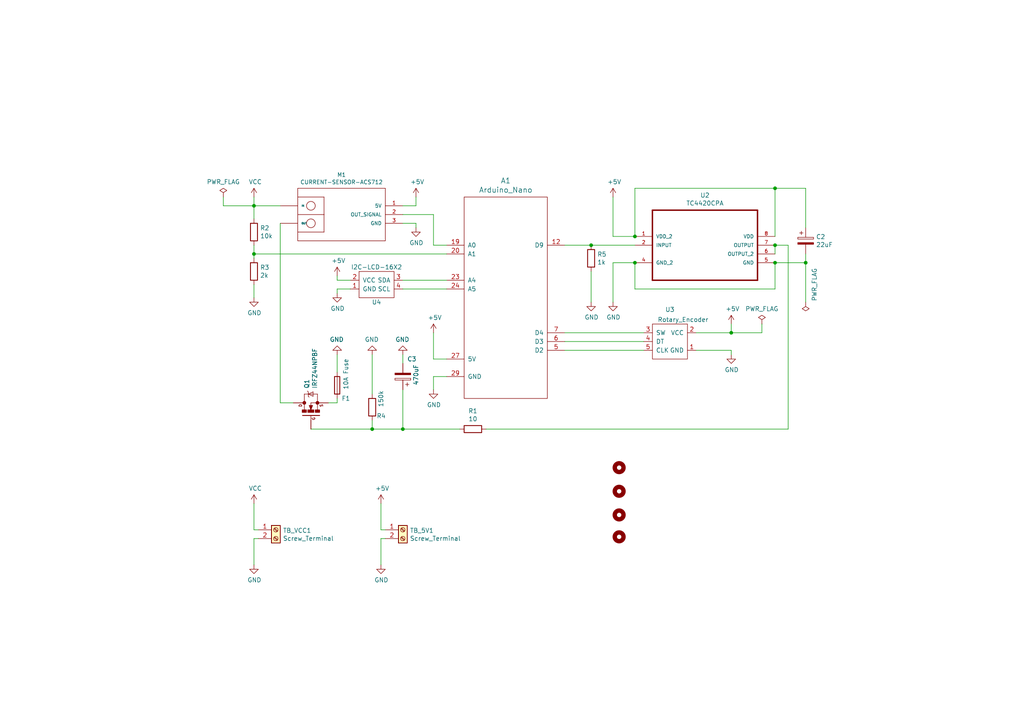
<source format=kicad_sch>
(kicad_sch (version 20211123) (generator eeschema)
  (paper "A4")
  (title_block (date "2020-08-13") (rev "v0.1") (comment 3 "Design borrowed from GreatScottLab, Arisma, 'mali', and 'jbr 2020'"))
  (lib_symbols
    (symbol "Adjustable-Load:I2C-LCD-16X2" (pin_names (offset 1.016))
      (property "Reference" "U" (at 0 6.35 0))
      (property "Value" "I2C-LCD-16X2" (at 0 -7.62 0))
      (symbol "I2C-LCD-16X2_0_1"
        (rectangle (start -5.08 3.81) (end 5.08 -3.81))
      )
      (symbol "I2C-LCD-16X2_1_1"
        (pin input line (at -7.62 -1.27 0) (length 2.54) (name "GND") (number "1"))
        (pin input line (at -7.62 1.27 0) (length 2.54) (name "VCC") (number "2"))
        (pin input line (at 7.62 1.27 180) (length 2.54) (name "SDA") (number "3"))
        (pin input line (at 7.62 -1.27 180) (length 2.54) (name "SCL") (number "4"))
      )
    )
    (symbol "Adjustable-Load:KY-040_Rotary_Encoder" (pin_names (offset 1.016))
      (property "Reference" "U" (at 0 10.16 0))
      (property "Value" "KY-040_Rotary_Encoder" (at 2.54 6.35 0))
      (symbol "KY-040_Rotary_Encoder_0_1"
        (rectangle (start -5.08 3.81) (end 5.08 -6.35))
      )
      (symbol "KY-040_Rotary_Encoder_1_1"
        (pin power_in line (at 7.62 -3.81 180) (length 2.54) (name "GND") (number "1"))
        (pin power_in line (at 7.62 1.27 180) (length 2.54) (name "VCC") (number "2"))
        (pin input line (at -7.62 1.27 0) (length 2.54) (name "SW") (number "3"))
        (pin input line (at -7.62 -1.27 0) (length 2.54) (name "DT") (number "4"))
        (pin input line (at -7.62 -3.81 0) (length 2.54) (name "CLK") (number "5"))
      )
    )
    (symbol "Connector:Screw_Terminal_01x02" (pin_names (offset 1.016) hide)
      (property "Reference" "J" (at 0 2.54 0))
      (property "Value" "Screw_Terminal_01x02" (at 0 -5.08 0))
      (symbol "Screw_Terminal_01x02_1_1"
        (rectangle (start -1.27 1.27) (end 1.27 -3.81) (stroke (width 0.254)) (fill (type background)))
        (circle (center 0 -2.54) (radius 0.635) (stroke (width 0.1524)))
        (polyline (pts (xy -0.5334 -2.2098) (xy 0.3302 -3.048)) (stroke (width 0.1524)))
        (polyline (pts (xy -0.5334 0.3302) (xy 0.3302 -0.508)) (stroke (width 0.1524)))
        (polyline (pts (xy -0.3556 -2.032) (xy 0.508 -2.8702)) (stroke (width 0.1524)))
        (polyline (pts (xy -0.3556 0.508) (xy 0.508 -0.3302)) (stroke (width 0.1524)))
        (circle (center 0 0) (radius 0.635) (stroke (width 0.1524)))
        (pin passive line (at -5.08 0 0) (length 3.81) (name "Pin_1") (number "1"))
        (pin passive line (at -5.08 -2.54 0) (length 3.81) (name "Pin_2") (number "2"))
      )
    )
    (symbol "Device:C_Polarized" (pin_numbers hide) (pin_names (offset 0.254))
      (property "Reference" "C" (at 0.635 2.54 0))
      (property "Value" "C_Polarized" (at 0.635 -2.54 0))
      (symbol "C_Polarized_0_1"
        (rectangle (start -2.286 0.508) (end 2.286 1.016))
        (polyline (pts (xy -1.778 2.286) (xy -0.762 2.286)))
        (polyline (pts (xy -1.27 2.794) (xy -1.27 1.778)))
        (rectangle (start 2.286 -0.508) (end -2.286 -1.016) (fill (type outline)))
      )
      (symbol "C_Polarized_1_1"
        (pin passive line (at 0 3.81 270) (length 2.794) (name "~") (number "1"))
        (pin passive line (at 0 -3.81 90) (length 2.794) (name "~") (number "2"))
      )
    )
    (symbol "Device:Fuse" (pin_numbers hide) (pin_names (offset 0))
      (property "Reference" "F" (at 2.032 0 90))
      (property "Value" "Fuse" (at -1.905 0 90))
      (symbol "Fuse_0_1"
        (rectangle (start -0.762 -2.54) (end 0.762 2.54) (stroke (width 0.254)))
        (polyline (pts (xy 0 2.54) (xy 0 -2.54)))
      )
      (symbol "Fuse_1_1"
        (pin passive line (at 0 3.81 270) (length 1.27) (name "~") (number "1"))
        (pin passive line (at 0 -3.81 90) (length 1.27) (name "~") (number "2"))
      )
    )
    (symbol "Device:R" (pin_numbers hide) (pin_names (offset 0))
      (property "Reference" "R" (at 2.032 0 90))
      (property "Value" "R" (at 0 0 90))
      (symbol "R_0_1"
        (rectangle (start -1.016 -2.54) (end 1.016 2.54) (stroke (width 0.254)))
      )
      (symbol "R_1_1"
        (pin passive line (at 0 3.81 270) (length 1.27) (name "~") (number "1"))
        (pin passive line (at 0 -3.81 90) (length 1.27) (name "~") (number "2"))
      )
    )
    (symbol "IRFZ44N:IRFZ44N" (pin_numbers hide) (pin_names (offset 1.016) hide)
      (property "Reference" "U" (at 5.08 2.54 0))
      (property "Value" "IRFZ44N" (at 5.08 0 0))
      (symbol "IRFZ44N_0_0"
        (rectangle (start -2.794 -2.54) (end -2.032 -1.27) (fill (type outline)))
        (rectangle (start -2.794 -0.889) (end -2.032 0.889) (fill (type outline)))
        (rectangle (start -2.794 1.27) (end -2.032 2.54) (fill (type outline)))
        (circle (center 0 -1.905) (radius 0.127) (stroke (width 0.4064)))
        (polyline (pts (xy -3.81 0) (xy -5.08 0)) (stroke (width 0.1524)))
        (polyline (pts (xy -3.6576 2.413) (xy -3.6576 -2.54)) (stroke (width 0.254)))
        (polyline (pts (xy -2.032 -1.905) (xy 0 -1.905)) (stroke (width 0.1524)))
        (polyline (pts (xy -2.032 0) (xy -0.762 -0.508)) (stroke (width 0.1524)))
        (polyline (pts (xy -1.778 0) (xy -0.889 -0.254)) (stroke (width 0.3048)))
        (polyline (pts (xy -0.889 -0.254) (xy -0.889 0)) (stroke (width 0.3048)))
        (polyline (pts (xy -0.889 0) (xy -1.143 0)) (stroke (width 0.3048)))
        (polyline (pts (xy -0.889 0) (xy 0 0)) (stroke (width 0.1524)))
        (polyline (pts (xy -0.889 0.254) (xy -1.778 0)) (stroke (width 0.3048)))
        (polyline (pts (xy -0.762 -0.508) (xy -0.762 0.508)) (stroke (width 0.1524)))
        (polyline (pts (xy -0.762 0.508) (xy -2.032 0)) (stroke (width 0.1524)))
        (polyline (pts (xy 0 -1.905) (xy 0 -2.54)) (stroke (width 0.1524)))
        (polyline (pts (xy 0 0) (xy 0 -1.905)) (stroke (width 0.1524)))
        (polyline (pts (xy 0 1.905) (xy -2.0066 1.905)) (stroke (width 0.1524)))
        (polyline (pts (xy 0 1.905) (xy 2.54 1.905)) (stroke (width 0.1524)))
        (polyline (pts (xy 0 2.54) (xy 0 1.905)) (stroke (width 0.1524)))
        (polyline (pts (xy 1.905 -0.635) (xy 3.175 -0.635)) (stroke (width 0.1524)))
        (polyline (pts (xy 1.905 0.762) (xy 1.651 0.508)) (stroke (width 0.1524)))
        (polyline (pts (xy 1.905 0.762) (xy 2.54 0.762)) (stroke (width 0.1524)))
        (polyline (pts (xy 2.54 -1.905) (xy 0 -1.905)) (stroke (width 0.1524)))
        (polyline (pts (xy 2.54 0.762) (xy 1.905 -0.635)) (stroke (width 0.1524)))
        (polyline (pts (xy 2.54 0.762) (xy 2.54 -1.905)) (stroke (width 0.1524)))
        (polyline (pts (xy 2.54 0.762) (xy 3.175 0.762)) (stroke (width 0.1524)))
        (polyline (pts (xy 2.54 1.905) (xy 2.54 0.762)) (stroke (width 0.1524)))
        (polyline (pts (xy 3.175 -0.635) (xy 2.54 0.762)) (stroke (width 0.1524)))
        (polyline (pts (xy 3.175 0.762) (xy 3.429 1.016)) (stroke (width 0.1524)))
        (circle (center 0 1.905) (radius 0.127) (stroke (width 0.4064)))
        (text "D" (at -1.27 2.54 0) (effects (font (size 0.8128 0.8128)) (justify left bottom)))
        (text "G" (at -5.08 -1.27 0) (effects (font (size 0.8128 0.8128)) (justify left bottom)))
        (text "S" (at -1.27 -3.556 0) (effects (font (size 0.8128 0.8128)) (justify left bottom)))
        (pin passive line (at -7.62 0 0) (length 2.54) (name "~") (number "1"))
        (pin passive line (at 0 5.08 270) (length 2.54) (name "~") (number "2"))
        (pin passive line (at 0 -5.08 90) (length 2.54) (name "~") (number "3"))
      )
    )
    (symbol "Mechanical:MountingHole" (pin_names (offset 1.016))
      (property "Reference" "H" (at 0 5.08 0))
      (property "Value" "MountingHole" (at 0 3.175 0))
      (symbol "MountingHole_0_1"
        (circle (center 0 0) (radius 1.27) (stroke (width 1.27)))
      )
    )
    (symbol "TC4420CPA:TC4420CPA_Customized" (pin_names (offset 1.016))
      (property "Reference" "U" (at -2.54 17.78 0))
      (property "Value" "TC4420CPA_Customized" (at -5.4356 -15.621 0))
      (symbol "TC4420CPA_Customized_0_0"
        (polyline (pts (xy -15.24 -12.7) (xy 15.24 -12.7)) (stroke (width 0.4064)))
        (polyline (pts (xy -15.24 7.62) (xy -15.24 -12.7)) (stroke (width 0.4064)))
        (polyline (pts (xy 15.24 -12.7) (xy 15.24 7.62)) (stroke (width 0.4064)))
        (polyline (pts (xy 15.24 7.62) (xy -15.24 7.62)) (stroke (width 0.4064)))
        (pin power_in line (at -20.32 0 0) (length 5.08) (name "VDD_2") (number "1"))
        (pin input line (at -20.32 -2.54 0) (length 5.08) (name "INPUT") (number "2"))
        (pin power_in line (at -20.32 -7.62 0) (length 5.08) (name "GND_2") (number "4"))
        (pin power_in line (at 20.32 -7.62 180) (length 5.08) (name "GND") (number "5"))
        (pin passive line (at 20.32 -5.08 180) (length 5.08) (name "OUTPUT_2") (number "6"))
        (pin output line (at 20.32 -2.54 180) (length 5.08) (name "OUTPUT") (number "7"))
        (pin power_in line (at 20.32 0 180) (length 5.08) (name "VDD") (number "8"))
      )
    )
    (symbol "arduino_nano:Arduino_Nano_Customized" (pin_names (offset 1.016))
      (property "Reference" "A" (at 0 0 0))
      (property "Value" "Arduino_Nano_Customized" (at 0 33.02 0))
      (symbol "Arduino_Nano_Customized_0_1"
        (rectangle (start 12.7 29.21) (end -11.43 -29.21))
      )
      (symbol "Arduino_Nano_Customized_1_1"
        (pin bidirectional line (at 17.78 15.24 180) (length 5.08) (name "D9") (number "12"))
        (pin bidirectional line (at -16.51 15.24 0) (length 5.08) (name "A0") (number "19"))
        (pin bidirectional line (at -16.51 12.7 0) (length 5.08) (name "A1") (number "20"))
        (pin bidirectional line (at -16.51 5.08 0) (length 5.08) (name "A4") (number "23"))
        (pin bidirectional line (at -16.51 2.54 0) (length 5.08) (name "A5") (number "24"))
        (pin power_in line (at -16.51 -17.78 0) (length 5.08) (name "5V") (number "27"))
        (pin passive line (at -16.51 -22.86 0) (length 5.08) (name "GND") (number "29"))
        (pin bidirectional line (at 17.78 -15.24 180) (length 5.08) (name "D2") (number "5"))
        (pin bidirectional line (at 17.78 -12.7 180) (length 5.08) (name "D3") (number "6"))
        (pin bidirectional line (at 17.78 -10.16 180) (length 5.08) (name "D4") (number "7"))
      )
    )
    (symbol "diy-modules:CURRENT-SENSOR-ACS712" (pin_names (offset 1.016))
      (property "Reference" "M" (at -12.7 12.7 0))
      (property "Value" "CURRENT-SENSOR-ACS712" (at -12.7 10.16 0))
      (symbol "CURRENT-SENSOR-ACS712_1_0"
        (polyline (pts (xy -12.7 -5.08) (xy -5.08 -5.08)))
        (polyline (pts (xy -12.7 0) (xy -5.08 0)))
        (polyline (pts (xy -12.7 7.62) (xy -12.7 -7.62)))
        (polyline (pts (xy -12.7 7.62) (xy 12.7 7.62)))
        (polyline (pts (xy -5.08 -5.08) (xy -5.08 0)))
        (polyline (pts (xy -5.08 0) (xy -5.08 5.08)))
        (polyline (pts (xy -5.08 5.08) (xy -12.7 5.08)))
        (polyline (pts (xy 12.7 -7.62) (xy -12.7 -7.62)))
        (polyline (pts (xy 12.7 7.62) (xy 12.7 -7.62)))
      )
      (symbol "CURRENT-SENSOR-ACS712_1_1"
        (circle (center -8.89 -2.54) (radius 1.27))
        (circle (center -8.89 2.54) (radius 1.27))
        (pin power_in line (at 17.78 2.54 180) (length 5.08) (name "5V") (number "1"))
        (pin output line (at 17.78 0 180) (length 5.08) (name "OUT_SIGNAL") (number "2"))
        (pin power_in line (at 17.78 -2.54 180) (length 5.08) (name "GND") (number "3"))
        (pin power_in line (at -17.78 2.54 0) (length 5.08) (name "IN") (number "~"))
        (pin power_out line (at -17.78 -2.54 0) (length 5.08) (name "OUT") (number "~"))
      )
    )
    (symbol "power:+5V" (power) (pin_names (offset 0))
      (property "Value" "+5V" (at 0 3.556 0))
      (symbol "+5V_0_1"
        (polyline (pts (xy -0.762 1.27) (xy 0 2.54)))
        (polyline (pts (xy 0 0) (xy 0 2.54)))
        (polyline (pts (xy 0 2.54) (xy 0.762 1.27)))
      )
      (symbol "+5V_1_1"
        (pin power_in line (at 0 0 90) (length 0) hide (name "+5V") (number "1"))
      )
    )
    (symbol "power:GND" (power) (pin_names (offset 0))
      (property "Value" "GND" (at 0 -3.81 0))
      (symbol "GND_0_1"
        (polyline (pts (xy 0 0) (xy 0 -1.27) (xy 1.27 -1.27) (xy 0 -2.54) (xy -1.27 -1.27) (xy 0 -1.27)))
      )
      (symbol "GND_1_1"
        (pin power_in line (at 0 0 270) (length 0) hide (name "GND") (number "1"))
      )
    )
    (symbol "power:PWR_FLAG" (power) (pin_numbers hide) (pin_names (offset 0) hide)
      (property "Value" "PWR_FLAG" (at 0 3.81 0))
      (symbol "PWR_FLAG_0_0"
        (pin power_out line (at 0 0 90) (length 0) (name "pwr") (number "1"))
      )
      (symbol "PWR_FLAG_0_1"
        (polyline (pts (xy 0 0) (xy 0 1.27) (xy -1.016 1.905) (xy 0 2.54) (xy 1.016 1.905) (xy 0 1.27)))
      )
    )
    (symbol "power:VCC" (power) (pin_names (offset 0))
      (property "Value" "VCC" (at 0 3.81 0))
      (symbol "VCC_0_1"
        (polyline (pts (xy -0.762 1.27) (xy 0 2.54)))
        (polyline (pts (xy 0 0) (xy 0 2.54)))
        (polyline (pts (xy 0 2.54) (xy 0.762 1.27)))
      )
      (symbol "VCC_1_1"
        (pin power_in line (at 0 0 90) (length 0) hide (name "VCC") (number "1"))
      )
    )
  )
  (junction (at 224.79 54.61))
  (junction (at 116.84 124.46))
  (junction (at 184.15 76.2))
  (junction (at 224.79 76.2))
  (junction (at 107.95 124.46))
  (junction (at 171.45 71.12))
  (junction (at 73.66 59.69))
  (junction (at 233.68 76.2))
  (junction (at 184.15 68.58))
  (junction (at 224.79 71.12))
  (junction (at 212.09 96.52))
  (junction (at 73.66 73.66))
  (wire (pts (xy 163.83 96.52) (xy 186.69 96.52)))
  (wire (pts (xy 81.28 116.84) (xy 85.09 116.84)))
  (wire (pts (xy 140.97 124.46) (xy 228.6 124.46)))
  (wire (pts (xy 107.95 121.92) (xy 107.95 124.46)))
  (wire (pts (xy 73.66 82.55) (xy 73.66 86.36)))
  (wire (pts (xy 125.73 96.52) (xy 125.73 104.14)))
  (wire (pts (xy 125.73 62.23) (xy 125.73 71.12)))
  (wire (pts (xy 212.09 101.6) (xy 212.09 102.87)))
  (wire (pts (xy 184.15 83.82) (xy 184.15 76.2)))
  (wire (pts (xy 212.09 93.98) (xy 212.09 96.52)))
  (wire (pts (xy 110.49 156.21) (xy 110.49 163.83)))
  (wire (pts (xy 224.79 71.12) (xy 228.6 71.12)))
  (wire (pts (xy 228.6 71.12) (xy 228.6 124.46)))
  (wire (pts (xy 116.84 64.77) (xy 120.65 64.77)))
  (wire (pts (xy 110.49 153.67) (xy 111.76 153.67)))
  (wire (pts (xy 73.66 59.69) (xy 81.28 59.69)))
  (wire (pts (xy 116.84 83.82) (xy 129.54 83.82)))
  (wire (pts (xy 111.76 156.21) (xy 110.49 156.21)))
  (wire (pts (xy 184.15 54.61) (xy 224.79 54.61)))
  (wire (pts (xy 184.15 76.2) (xy 177.8 76.2)))
  (wire (pts (xy 177.8 76.2) (xy 177.8 87.63)))
  (wire (pts (xy 64.77 57.15) (xy 64.77 59.69)))
  (wire (pts (xy 97.79 115.57) (xy 97.79 116.84)))
  (wire (pts (xy 163.83 71.12) (xy 171.45 71.12)))
  (wire (pts (xy 186.69 101.6) (xy 163.83 101.6)))
  (wire (pts (xy 116.84 113.03) (xy 116.84 124.46)))
  (wire (pts (xy 224.79 76.2) (xy 233.68 76.2)))
  (wire (pts (xy 81.28 64.77) (xy 81.28 116.84)))
  (wire (pts (xy 224.79 54.61) (xy 233.68 54.61)))
  (wire (pts (xy 73.66 153.67) (xy 73.66 146.05)))
  (wire (pts (xy 212.09 96.52) (xy 201.93 96.52)))
  (wire (pts (xy 125.73 109.22) (xy 125.73 113.03)))
  (wire (pts (xy 73.66 73.66) (xy 73.66 74.93)))
  (wire (pts (xy 184.15 54.61) (xy 184.15 68.58)))
  (wire (pts (xy 97.79 102.87) (xy 97.79 107.95)))
  (wire (pts (xy 201.93 101.6) (xy 212.09 101.6)))
  (wire (pts (xy 224.79 54.61) (xy 224.79 68.58)))
  (wire (pts (xy 125.73 71.12) (xy 129.54 71.12)))
  (wire (pts (xy 233.68 54.61) (xy 233.68 66.04)))
  (wire (pts (xy 220.98 93.98) (xy 220.98 96.52)))
  (wire (pts (xy 107.95 124.46) (xy 116.84 124.46)))
  (wire (pts (xy 177.8 68.58) (xy 184.15 68.58)))
  (wire (pts (xy 116.84 102.87) (xy 116.84 105.41)))
  (wire (pts (xy 74.93 156.21) (xy 73.66 156.21)))
  (wire (pts (xy 73.66 57.15) (xy 73.66 59.69)))
  (wire (pts (xy 171.45 71.12) (xy 184.15 71.12)))
  (wire (pts (xy 73.66 71.12) (xy 73.66 73.66)))
  (wire (pts (xy 116.84 124.46) (xy 133.35 124.46)))
  (wire (pts (xy 116.84 81.28) (xy 129.54 81.28)))
  (wire (pts (xy 97.79 83.82) (xy 97.79 85.09)))
  (wire (pts (xy 97.79 116.84) (xy 95.25 116.84)))
  (wire (pts (xy 171.45 78.74) (xy 171.45 87.63)))
  (wire (pts (xy 116.84 62.23) (xy 125.73 62.23)))
  (wire (pts (xy 73.66 156.21) (xy 73.66 163.83)))
  (wire (pts (xy 73.66 59.69) (xy 73.66 63.5)))
  (wire (pts (xy 129.54 73.66) (xy 73.66 73.66)))
  (wire (pts (xy 177.8 57.15) (xy 177.8 68.58)))
  (wire (pts (xy 120.65 59.69) (xy 116.84 59.69)))
  (wire (pts (xy 73.66 153.67) (xy 74.93 153.67)))
  (wire (pts (xy 125.73 104.14) (xy 129.54 104.14)))
  (wire (pts (xy 129.54 109.22) (xy 125.73 109.22)))
  (wire (pts (xy 64.77 59.69) (xy 73.66 59.69)))
  (wire (pts (xy 110.49 153.67) (xy 110.49 146.05)))
  (wire (pts (xy 101.6 83.82) (xy 97.79 83.82)))
  (wire (pts (xy 233.68 76.2) (xy 233.68 73.66)))
  (wire (pts (xy 224.79 76.2) (xy 224.79 83.82)))
  (wire (pts (xy 120.65 64.77) (xy 120.65 66.04)))
  (wire (pts (xy 233.68 76.2) (xy 233.68 87.63)))
  (wire (pts (xy 120.65 57.15) (xy 120.65 59.69)))
  (wire (pts (xy 220.98 96.52) (xy 212.09 96.52)))
  (wire (pts (xy 97.79 80.01) (xy 97.79 81.28)))
  (wire (pts (xy 107.95 102.87) (xy 107.95 114.3)))
  (wire (pts (xy 90.17 124.46) (xy 107.95 124.46)))
  (wire (pts (xy 97.79 81.28) (xy 101.6 81.28)))
  (wire (pts (xy 186.69 99.06) (xy 163.83 99.06)))
  (wire (pts (xy 224.79 83.82) (xy 184.15 83.82)))
  (wire (pts (xy 224.79 71.12) (xy 224.79 73.66)))
  (symbol (lib_id "Adjustable-Load:I2C-LCD-16X2") (at 109.22 82.55 0) (unit 1)
    (property "Reference" "U4" (at 109.22 87.63 0))
    (property "Value" "I2C-LCD-16X2" (at 109.22 77.47 0))
    (property "Footprint" "Connector_PinHeader_2.54mm:PinHeader_1x04_P2.54mm_Vertical" (effects hide))
  )
  (symbol (lib_id "IRFZ44N:IRFZ44N") (at 90.17 116.84 90) (unit 1)
    (property "Reference" "Q1" (at 89.0016 112.7252 0) (effects (justify left)))
    (property "Value" "IRFZ44NPBF" (at 91.313 112.7252 0) (effects (justify left)))
    (property "Footprint" "TerminalBlock:TerminalBlock_bornier-3_P5.08mm" (effects hide))
  )
  (symbol (lib_id "power:+5V") (at 120.65 57.15 0) (unit 1)
    (property "Reference" "#PWR0108" (effects hide))
    (property "Value" "+5V" (at 121.031 52.7558 0))
  )
  (symbol (lib_id "Device:C_Polarized") (at 233.68 69.85 0) (unit 1)
    (property "Reference" "C2" (at 236.6772 68.6816 0) (effects (justify left)))
    (property "Value" "22uF" (at 236.6772 70.993 0) (effects (justify left)))
    (property "Footprint" "Capacitor_THT:CP_Radial_D5.0mm_P2.00mm" (effects hide))
  )
  (symbol (lib_id "power:+5V") (at 212.09 93.98 0) (unit 1)
    (property "Reference" "#PWR0106" (effects hide))
    (property "Value" "+5V" (at 212.471 89.5858 0))
  )
  (symbol (lib_id "power:GND") (at 120.65 66.04 0) (unit 1)
    (property "Reference" "#PWR0109" (effects hide))
    (property "Value" "GND" (at 120.777 70.4342 0))
  )
  (symbol (lib_id "power:GND") (at 212.09 102.87 0) (unit 1)
    (property "Reference" "#PWR0107" (effects hide))
    (property "Value" "GND" (at 212.217 107.2642 0))
  )
  (symbol (lib_id "power:+5V") (at 177.8 57.15 0) (unit 1)
    (property "Reference" "#PWR0102" (effects hide))
    (property "Value" "+5V" (at 178.181 52.7558 0))
  )
  (symbol (lib_id "Device:R") (at 137.16 124.46 270) (unit 1)
    (property "Reference" "R1" (at 137.16 119.2022 90))
    (property "Value" "10" (at 137.16 121.5136 90))
    (property "Footprint" "Resistor_THT:R_Axial_DIN0207_L6.3mm_D2.5mm_P2.54mm_Vertical" (effects hide))
  )
  (symbol (lib_id "power:+5V") (at 97.79 80.01 0) (unit 1)
    (property "Reference" "#PWR0110" (effects hide))
    (property "Value" "+5V" (at 98.171 75.6158 0))
  )
  (symbol (lib_id "Device:C_Polarized") (at 116.84 109.22 180) (unit 1)
    (property "Reference" "C3" (at 118.11 104.14 0) (effects (justify right)))
    (property "Value" "470uF" (at 120.65 111.76 90) (effects (justify right)))
    (property "Footprint" "Capacitor_THT:CP_Radial_D10.0mm_P5.00mm" (effects hide))
  )
  (symbol (lib_id "power:GND") (at 97.79 85.09 0) (unit 1)
    (property "Reference" "#PWR0103" (effects hide))
    (property "Value" "GND" (at 97.917 89.4842 0))
  )
  (symbol (lib_id "power:GND") (at 116.84 102.87 180) (unit 1)
    (property "Reference" "#PWR0111" (effects hide))
    (property "Value" "GND" (at 116.713 98.4758 0))
  )
  (symbol (lib_id "power:GND") (at 177.8 87.63 0) (unit 1)
    (property "Reference" "#PWR0101" (effects hide))
    (property "Value" "GND" (at 177.927 92.0242 0))
  )
  (symbol (lib_id "power:+5V") (at 125.73 96.52 0) (unit 1)
    (property "Reference" "#PWR0104" (effects hide))
    (property "Value" "+5V" (at 126.111 92.1258 0))
  )
  (symbol (lib_id "power:GND") (at 125.73 113.03 0) (unit 1)
    (property "Reference" "#PWR0105" (effects hide))
    (property "Value" "GND" (at 125.857 117.4242 0))
  )
  (symbol (lib_id "Device:R") (at 107.95 118.11 0) (unit 1)
    (property "Reference" "R4" (at 109.22 120.65 0) (effects (justify left)))
    (property "Value" "150k" (at 110.49 118.11 90) (effects (justify left)))
    (property "Footprint" "Resistor_THT:R_Axial_DIN0207_L6.3mm_D2.5mm_P2.54mm_Vertical" (effects hide))
  )
  (symbol (lib_id "power:GND") (at 107.95 102.87 180) (unit 1)
    (property "Reference" "#PWR01" (effects hide))
    (property "Value" "GND" (at 107.823 98.4758 0))
  )
  (symbol (lib_id "Device:Fuse") (at 97.79 111.76 0) (unit 1)
    (property "Reference" "F1" (at 99.06 115.57 0) (effects (justify left)))
    (property "Value" "10A Fuse" (at 100.33 113.03 90) (effects (justify left)))
    (property "Footprint" "footprints:BLX-A" (effects hide))
  )
  (symbol (lib_id "power:GND") (at 97.79 102.87 180) (unit 1)
    (property "Reference" "#PWR0112" (effects hide))
    (property "Value" "GND" (at 97.663 98.4758 0))
  )
  (symbol (lib_id "Device:R") (at 73.66 78.74 0) (unit 1)
    (property "Reference" "R3" (at 75.438 77.5716 0) (effects (justify left)))
    (property "Value" "2k" (at 75.438 79.883 0) (effects (justify left)))
    (property "Footprint" "Resistor_THT:R_Axial_DIN0207_L6.3mm_D2.5mm_P2.54mm_Vertical" (effects hide))
  )
  (symbol (lib_id "Device:R") (at 73.66 67.31 0) (unit 1)
    (property "Reference" "R2" (at 75.438 66.1416 0) (effects (justify left)))
    (property "Value" "10k" (at 75.438 68.453 0) (effects (justify left)))
    (property "Footprint" "Resistor_THT:R_Axial_DIN0207_L6.3mm_D2.5mm_P2.54mm_Vertical" (effects hide))
  )
  (symbol (lib_id "power:GND") (at 73.66 86.36 0) (unit 1)
    (property "Reference" "#PWR0113" (effects hide))
    (property "Value" "GND" (at 73.787 90.7542 0))
  )
  (symbol (lib_id "power:VCC") (at 73.66 57.15 0) (unit 1)
    (property "Reference" "#PWR0114" (effects hide))
    (property "Value" "VCC" (at 74.041 52.7558 0))
  )
  (symbol (lib_id "power:GND") (at 171.45 87.63 0) (unit 1)
    (property "Reference" "#PWR02" (effects hide))
    (property "Value" "GND" (at 171.577 92.0242 0))
  )
  (symbol (lib_id "Device:R") (at 171.45 74.93 0) (unit 1)
    (property "Reference" "R5" (at 173.228 73.7616 0) (effects (justify left)))
    (property "Value" "1k" (at 173.228 76.073 0) (effects (justify left)))
    (property "Footprint" "Resistor_THT:R_Axial_DIN0207_L6.3mm_D2.5mm_P2.54mm_Vertical" (effects hide))
  )
  (symbol (lib_id "arduino_nano:Arduino_Nano_Customized") (at 146.05 86.36 0) (unit 1)
    (property "Reference" "A1" (at 146.685 52.4002 0) (effects (font (size 1.524 1.524))))
    (property "Value" "Arduino_Nano" (at 146.685 55.0926 0) (effects (font (size 1.524 1.524))))
    (property "Footprint" "footprints:arduino_nano" (effects hide))
  )
  (symbol (lib_id "Adjustable-Load:KY-040_Rotary_Encoder") (at 194.31 97.79 0) (unit 1)
    (property "Reference" "U3" (at 194.31 89.789 0))
    (property "Value" "Rotary_Encoder" (at 198.12 92.71 0))
    (property "Footprint" "Connector_PinHeader_2.54mm:PinHeader_1x05_P2.54mm_Vertical" (effects hide))
  )
  (symbol (lib_id "power:PWR_FLAG") (at 64.77 57.15 0) (unit 1)
    (property "Reference" "#FLG0101" (effects hide))
    (property "Value" "PWR_FLAG" (at 64.77 52.7558 0))
  )
  (symbol (lib_id "power:PWR_FLAG") (at 220.98 93.98 0) (unit 1)
    (property "Reference" "#FLG0102" (effects hide))
    (property "Value" "PWR_FLAG" (at 220.98 89.5858 0))
  )
  (symbol (lib_id "Connector:Screw_Terminal_01x02") (at 80.01 153.67 0) (unit 1)
    (property "Reference" "TB_VCC1" (at 82.042 153.8732 0) (effects (justify left)))
    (property "Value" "Screw_Terminal" (at 82.042 156.1846 0) (effects (justify left)))
    (property "Footprint" "footprints:TerminalBlock_bornier-2_P5.08mm" (effects hide))
  )
  (symbol (lib_id "power:VCC") (at 73.66 146.05 0) (unit 1)
    (property "Reference" "#PWR0115" (effects hide))
    (property "Value" "VCC" (at 74.041 141.6558 0))
  )
  (symbol (lib_id "power:GND") (at 73.66 163.83 0) (unit 1)
    (property "Reference" "#PWR0116" (effects hide))
    (property "Value" "GND" (at 73.787 168.2242 0))
  )
  (symbol (lib_id "power:PWR_FLAG") (at 233.68 87.63 180) (unit 1)
    (property "Reference" "#FLG0103" (effects hide))
    (property "Value" "PWR_FLAG" (at 236.22 82.55 90))
  )
  (symbol (lib_id "TC4420CPA:TC4420CPA_Customized") (at 204.47 68.58 0) (unit 1)
    (property "Reference" "U2" (at 204.47 56.642 0))
    (property "Value" "TC4420CPA" (at 204.47 58.9534 0))
    (property "Footprint" "footprints:DIP254P762X533-8" (effects hide))
    (property "Datasheet" "Microchip" (effects hide))
    (property "Field4" "DIP8" (effects hide))
    (property "Field5" "TC4420CPA" (effects hide))
    (property "Field6" "9762566" (effects hide))
    (property "Field7" "61K3536" (effects hide))
  )
  (symbol (lib_id "power:GND") (at 110.49 163.83 0) (unit 1)
    (property "Reference" "#PWR0117" (effects hide))
    (property "Value" "GND" (at 110.617 168.2242 0))
  )
  (symbol (lib_id "Connector:Screw_Terminal_01x02") (at 116.84 153.67 0) (unit 1)
    (property "Reference" "TB_5V1" (at 118.872 153.8732 0) (effects (justify left)))
    (property "Value" "Screw_Terminal" (at 118.872 156.1846 0) (effects (justify left)))
    (property "Footprint" "footprints:TerminalBlock_bornier-2_P5.08mm" (effects hide))
  )
  (symbol (lib_id "power:+5V") (at 110.49 146.05 0) (unit 1)
    (property "Reference" "#PWR0118" (effects hide))
    (property "Value" "+5V" (at 110.871 141.6558 0))
  )
  (symbol (lib_id "diy-modules:CURRENT-SENSOR-ACS712") (at 99.06 62.23 0) (unit 1)
    (property "Reference" "M1" (at 99.06 50.6984 0) (effects (font (size 1.143 1.143))))
    (property "Value" "CURRENT-SENSOR-ACS712" (at 99.06 52.832 0) (effects (font (size 1.143 1.143))))
    (property "Footprint" "diy-modules:CURRENT-SENSOR-ACS712" (effects hide))
  )
  (symbol (lib_id "Mechanical:MountingHole") (at 179.578 135.636 0) (unit 1)
    (property "Reference" "H1" (effects hide))
    (property "Value" "MountingHole" (effects hide))
    (property "Footprint" "MountingHole:MountingHole_3.2mm_M3" (effects hide))
  )
  (symbol (lib_id "Mechanical:MountingHole") (at 179.578 149.352 0) (unit 1)
    (property "Reference" "H3" (effects hide))
    (property "Value" "MountingHole" (effects hide))
    (property "Footprint" "MountingHole:MountingHole_3.2mm_M3" (effects hide))
  )
  (symbol (lib_id "Mechanical:MountingHole") (at 179.578 155.702 0) (unit 1)
    (property "Reference" "H4" (effects hide))
    (property "Value" "MountingHole" (effects hide))
    (property "Footprint" "MountingHole:MountingHole_3.2mm_M3" (effects hide))
  )
  (symbol (lib_id "Mechanical:MountingHole") (at 179.578 142.494 0) (unit 1)
    (property "Reference" "H2" (effects hide))
    (property "Value" "MountingHole" (effects hide))
    (property "Footprint" "MountingHole:MountingHole_3.2mm_M3" (effects hide))
  )
)
</source>
